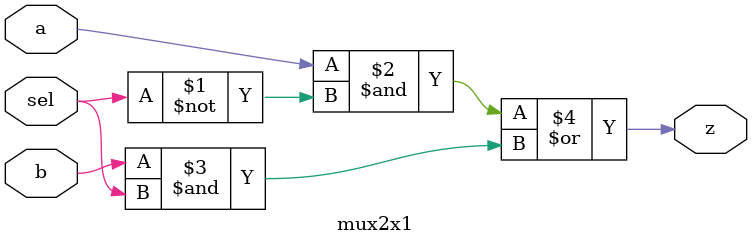
<source format=v>


module mux2x1(
  input a, b, sel,
  output z
);

  assign z = a & ~sel | b & sel;

endmodule

</source>
